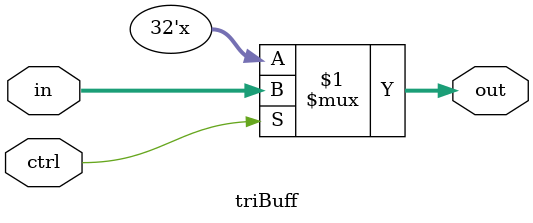
<source format=v>
module triBuff(out, in, ctrl);
	input [31:0] in;
	input ctrl;
	output [31:0] out;
	
	assign out = ctrl ? in : 32'bz;
	
endmodule

</source>
